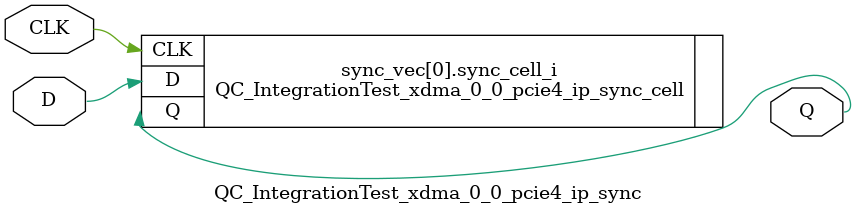
<source format=v>

`timescale 1ps / 1ps

(* DowngradeIPIdentifiedWarnings = "yes" *)
module QC_IntegrationTest_xdma_0_0_pcie4_ip_sync #
(
    parameter integer WIDTH = 1, 
    parameter integer STAGE = 3
)
(
    //-------------------------------------------------------------------------- 
    //  Input Ports
    //-------------------------------------------------------------------------- 
    input                               CLK,
    input       [WIDTH-1:0]             D,
    
    //-------------------------------------------------------------------------- 
    //  Output Ports
    //-------------------------------------------------------------------------- 
    output      [WIDTH-1:0]             Q
);                                                        



//--------------------------------------------------------------------------------------------------
//  Generate Synchronizer - Begin
//--------------------------------------------------------------------------------------------------
genvar i;

generate for (i=0; i<WIDTH; i=i+1) 

    begin : sync_vec

    //----------------------------------------------------------------------
    //  Synchronizer
    //----------------------------------------------------------------------
    QC_IntegrationTest_xdma_0_0_pcie4_ip_sync_cell #
    (
        .STAGE                          (STAGE)
    )    
    sync_cell_i
    (
        //------------------------------------------------------------------
        //  Input Ports
        //------------------------------------------------------------------
        .CLK                            (CLK),
        .D                              (D[i]),

        //------------------------------------------------------------------
        //  Output Ports
        //------------------------------------------------------------------
        .Q                              (Q[i])
    );
 
    end   
      
endgenerate 
//--------------------------------------------------------------------------------------------------
//  Generate - End
//--------------------------------------------------------------------------------------------------



endmodule

</source>
